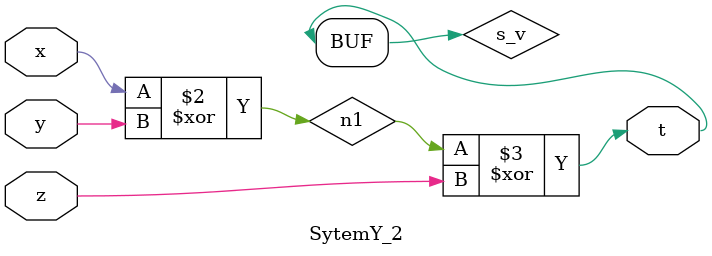
<source format=v>
`timescale 1ns / 1ps

module SytemY_2(
    input wire x,y,z,
    output wire t
    );
  reg n1, s_v;
always@(x,y,z)begin
    n1= x^y;
    s_v= n1^z;
end

assign t= s_v;

endmodule

</source>
